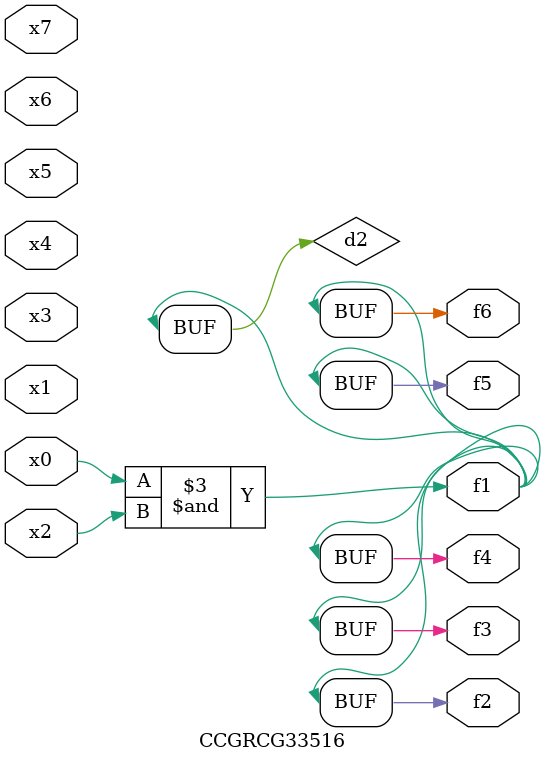
<source format=v>
module CCGRCG33516(
	input x0, x1, x2, x3, x4, x5, x6, x7,
	output f1, f2, f3, f4, f5, f6
);

	wire d1, d2;

	nor (d1, x3, x6);
	and (d2, x0, x2);
	assign f1 = d2;
	assign f2 = d2;
	assign f3 = d2;
	assign f4 = d2;
	assign f5 = d2;
	assign f6 = d2;
endmodule

</source>
